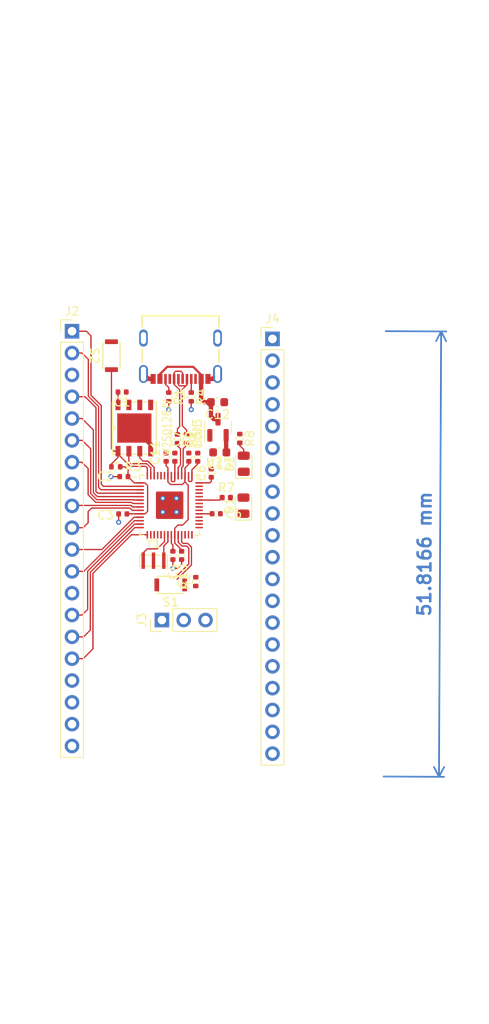
<source format=kicad_pcb>
(kicad_pcb (version 20211014) (generator pcbnew)
  (title_block (title "ENGR3430 Miniproject 3") (date "2022-09-22") (company "Olin College of Engineering"))
  (layers (0 "F.Cu" signal) (31 "B.Cu" signal) (34 "B.Paste" user) (35 "F.Paste" user) (36 "B.SilkS" user "B.Silkscreen") (37 "F.SilkS" user "F.Silkscreen") (38 "B.Mask" user) (39 "F.Mask" user) (44 "Edge.Cuts" user))
  (net 0 "")
  (net 1 "GND")
  (net 2 "+3V3")
  (net 3 "Net-(C10-Pad1)")
  (net 4 "/VBUS")
  (net 5 "Net-(D1-Pad2)")
  (net 6 "Net-(D2-Pad2)")
  (net 7 "Net-(J1-PadA5)")
  (net 8 "Net-(J1-PadA6)")
  (net 9 "Net-(J1-PadA7)")
  (net 11 "Net-(J1-PadB5)")
  (net 13 "/GPIO0")
  (net 14 "/GPIO1")
  (net 15 "/GPIO2")
  (net 16 "/GPIO3")
  (net 17 "/GPIO4")
  (net 18 "/GPIO5")
  (net 19 "/GPIO6")
  (net 20 "/GPIO7")
  (net 21 "/GPIO8")
  (net 22 "/GPIO9")
  (net 23 "/GPIO10")
  (net 24 "/GPIO11")
  (net 25 "/GPIO12")
  (net 26 "/GPIO13")
  (net 27 "/GPIO14")
  (net 28 "/GPIO15")
  (net 29 "/SWCLK")
  (net 30 "/SWDIO")
  (net 31 "/GPIO23")
  (net 32 "/BOOT")
  (net 33 "/GPIO29")
  (net 34 "/GPIO28")
  (net 35 "/GPIO27")
  (net 36 "/GPIO26")
  (net 37 "/RUN")
  (net 38 "/GPIO22")
  (net 39 "/GPIO21")
  (net 40 "/GPIO20")
  (net 41 "/GPIO19")
  (net 42 "/GPIO18")
  (net 43 "/GPIO17")
  (net 44 "/GPIO16")
  (net 45 "Net-(R5-Pad2)")
  (net 46 "Net-(R6-Pad2)")
  (net 47 "/GPIO25")
  (net 48 "Net-(U1-Pad2)")
  (net 49 "Net-(U1-Pad3)")
  (net 50 "Net-(U1-Pad5)")
  (net 51 "Net-(U1-Pad6)")
  (net 52 "Net-(U1-Pad7)")
  (net 53 "Net-(U2-Pad20)")
  (net 54 "Net-(U2-Pad21)")
  (net 55 "/GPIO24")
  (footprint "Capacitor_SMD:C_0402_1005Metric" (layer "F.Cu") (at 153.6192 45.5549 180)
    (fp_text reference "C1" (at 0 -1.16) (layer "F.SilkS"))
    (fp_text value "0.1µF")
    (pad "1" smd roundrect (at -0.48 0 180) (size 0.56 0.62) (layers "F.Cu" "F.Paste" "F.Mask") (net 1 "GND"))
    (pad "2" smd roundrect (at 0.48 0 180) (size 0.56 0.62) (layers "F.Cu" "F.Paste" "F.Mask") (net 2 "+3V3"))
  )
  (footprint "Eclectronics:USB4105-GF-A" (layer "F.Cu") (at 160.4264 39.275 180)
    (fp_text reference "J1" (at 0 -6.5) (layer "F.SilkS"))
    (fp_text value "USB4105-GF-A")
    (pad "" np_thru_hole circle (at -2.89 -3.68 180) (size 0.65 0.65) (drill 0.65) (layers *.Cu *.Mask))
    (pad "" np_thru_hole circle (at 2.89 -3.68 180) (size 0.65 0.65) (drill 0.65) (layers *.Cu *.Mask))
    (pad "A1B12" smd rect (at -3.2 -4.755 180) (size 0.6 1.15) (layers "F.Cu" "F.Paste" "F.Mask") (net 1 "GND"))
    (pad "A4B9" smd rect (at -2.4 -4.755 180) (size 0.6 1.15) (layers "F.Cu" "F.Paste" "F.Mask") (net 4 "/VBUS"))
    (pad "A5" smd rect (at -1.25 -4.755 180) (size 0.3 1.15) (layers "F.Cu" "F.Paste" "F.Mask") (net 7 "Net-(J1-PadA5)"))
    (pad "A6" smd rect (at -0.25 -4.755 180) (size 0.3 1.15) (layers "F.Cu" "F.Paste" "F.Mask") (net 8 "Net-(J1-PadA6)"))
    (pad "A7" smd rect (at 0.25 -4.755 180) (size 0.3 1.15) (layers "F.Cu" "F.Paste" "F.Mask") (net 9 "Net-(J1-PadA7)"))
    (pad "A8" smd rect (at 1.25 -4.755 180) (size 0.3 1.15) (layers "F.Cu" "F.Paste" "F.Mask"))
    (pad "B1A12" smd rect (at 3.2 -4.755 180) (size 0.6 1.15) (layers "F.Cu" "F.Paste" "F.Mask") (net 1 "GND"))
    (pad "B4A9" smd rect (at 2.4 -4.755 180) (size 0.6 1.15) (layers "F.Cu" "F.Paste" "F.Mask") (net 4 "/VBUS"))
    (pad "B5" smd rect (at 1.75 -4.755 180) (size 0.3 1.15) (layers "F.Cu" "F.Paste" "F.Mask") (net 11 "Net-(J1-PadB5)"))
    (pad "B6" smd rect (at 0.75 -4.755 180) (size 0.3 1.15) (layers "F.Cu" "F.Paste" "F.Mask") (net 8 "Net-(J1-PadA6)"))
    (pad "B7" smd rect (at -0.75 -4.755 180) (size 0.3 1.15) (layers "F.Cu" "F.Paste" "F.Mask") (net 9 "Net-(J1-PadA7)"))
    (pad "B8" smd rect (at -1.75 -4.755 180) (size 0.3 1.15) (layers "F.Cu" "F.Paste" "F.Mask"))
    (pad "S1" thru_hole oval (at -4.32 -4.18 180) (size 1.05 2.1) (drill oval 0.6 1.7) (layers *.Cu *.Mask) (net 1 "GND"))
    (pad "S2" thru_hole oval (at -4.32 0 180) (size 1 2) (drill oval 0.6 1.4) (layers *.Cu *.Mask) (net 1 "GND"))
    (pad "S3" thru_hole oval (at 4.32 0 180) (size 1 2) (drill oval 0.6 1.4) (layers *.Cu *.Mask) (net 1 "GND"))
    (pad "S4" thru_hole oval (at 4.32 -4.18 180) (size 1.05 2.1) (drill oval 0.6 1.7) (layers *.Cu *.Mask) (net 1 "GND"))
  )
  (footprint "Capacitor_SMD:C_0402_1005Metric" (layer "F.Cu") (at 160.5534 64.5668 -90)
    (fp_text reference "C10" (at 2.413 -0.127 90) (layer "F.SilkS"))
    (fp_text value "0.1µF")
    (pad "1" smd roundrect (at -0.48 0 270) (size 0.56 0.62) (layers "F.Cu" "F.Paste" "F.Mask") (net 3 "Net-(C10-Pad1)"))
    (pad "2" smd roundrect (at 0.48 0 270) (size 0.56 0.62) (layers "F.Cu" "F.Paste" "F.Mask") (net 1 "GND"))
  )
  (footprint "Eclectronics:RP2040" (layer "F.Cu") (at 159.1564 58.7248)
    (fp_text reference "U2" (at 5.207 -4.953 unlocked) (layer "F.SilkS"))
    (fp_text value "RP2040")
    (pad "1" smd roundrect (at -3.4375 -2.6 90) (size 0.18 0.875) (layers "F.Cu" "F.Paste" "F.Mask") (net 2 "+3V3"))
    (pad "2" smd roundrect (at -3.4375 -2.2 90) (size 0.18 0.875) (layers "F.Cu" "F.Paste" "F.Mask") (net 13 "/GPIO0"))
    (pad "3" smd roundrect (at -3.4375 -1.8 90) (size 0.18 0.875) (layers "F.Cu" "F.Paste" "F.Mask") (net 14 "/GPIO1"))
    (pad "4" smd roundrect (at -3.4375 -1.4 90) (size 0.18 0.875) (layers "F.Cu" "F.Paste" "F.Mask") (net 15 "/GPIO2"))
    (pad "5" smd roundrect (at -3.4375 -1 90) (size 0.18 0.875) (layers "F.Cu" "F.Paste" "F.Mask") (net 16 "/GPIO3"))
    (pad "6" smd roundrect (at -3.4375 -0.6 90) (size 0.18 0.875) (layers "F.Cu" "F.Paste" "F.Mask") (net 17 "/GPIO4"))
    (pad "7" smd roundrect (at -3.4375 -0.2 90) (size 0.18 0.875) (layers "F.Cu" "F.Paste" "F.Mask") (net 18 "/GPIO5"))
    (pad "8" smd roundrect (at -3.4375 0.2 90) (size 0.18 0.875) (layers "F.Cu" "F.Paste" "F.Mask") (net 19 "/GPIO6"))
    (pad "9" smd roundrect (at -3.4375 0.6 90) (size 0.18 0.875) (layers "F.Cu" "F.Paste" "F.Mask") (net 20 "/GPIO7"))
    (pad "10" smd roundrect (at -3.4375 1 90) (size 0.18 0.875) (layers "F.Cu" "F.Paste" "F.Mask") (net 2 "+3V3"))
    (pad "11" smd roundrect (at -3.4375 1.4 90) (size 0.18 0.875) (layers "F.Cu" "F.Paste" "F.Mask") (net 21 "/GPIO8"))
    (pad "12" smd roundrect (at -3.4375 1.8 90) (size 0.18 0.875) (layers "F.Cu" "F.Paste" "F.Mask") (net 22 "/GPIO9"))
    (pad "13" smd roundrect (at -3.4375 2.2 90) (size 0.18 0.875) (layers "F.Cu" "F.Paste" "F.Mask") (net 23 "/GPIO10"))
    (pad "14" smd roundrect (at -3.4375 2.6 90) (size 0.18 0.875) (layers "F.Cu" "F.Paste" "F.Mask") (net 24 "/GPIO11"))
    (pad "15" smd roundrect (at -2.6 3.4375 180) (size 0.18 0.875) (layers "F.Cu" "F.Paste" "F.Mask") (net 25 "/GPIO12"))
    (pad "16" smd roundrect (at -2.2 3.4375 180) (size 0.18 0.875) (layers "F.Cu" "F.Paste" "F.Mask") (net 26 "/GPIO13"))
    (pad "17" smd roundrect (at -1.8 3.4375 180) (size 0.18 0.875) (layers "F.Cu" "F.Paste" "F.Mask") (net 27 "/GPIO14"))
    (pad "18" smd roundrect (at -1.4 3.4375 180) (size 0.18 0.875) (layers "F.Cu" "F.Paste" "F.Mask") (net 28 "/GPIO15"))
    (pad "19" smd roundrect (at -1 3.4375 180) (size 0.18 0.875) (layers "F.Cu" "F.Paste" "F.Mask") (net 1 "GND"))
    (pad "20" smd roundrect (at -0.6 3.4375 180) (size 0.18 0.875) (layers "F.Cu" "F.Paste" "F.Mask") (net 53 "Net-(U2-Pad20)"))
    (pad "21" smd roundrect (at -0.2 3.4375 180) (size 0.18 0.875) (layers "F.Cu" "F.Paste" "F.Mask") (net 54 "Net-(U2-Pad21)"))
    (pad "22" smd roundrect (at 0.2 3.4375 180) (size 0.18 0.875) (layers "F.Cu" "F.Paste" "F.Mask") (net 2 "+3V3"))
    (pad "23" smd roundrect (at 0.6 3.4375 180) (size 0.18 0.875) (layers "F.Cu" "F.Paste" "F.Mask") (net 3 "Net-(C10-Pad1)"))
    (pad "24" smd roundrect (at 1 3.4375 180) (size 0.18 0.875) (layers "F.Cu" "F.Paste" "F.Mask") (net 29 "/SWCLK"))
    (pad "25" smd roundrect (at 1.4 3.4375 180) (size 0.18 0.875) (layers "F.Cu" "F.Paste" "F.Mask") (net 30 "/SWDIO"))
    (pad "26" smd roundrect (at 1.8 3.4375 180) (size 0.18 0.875) (layers "F.Cu" "F.Paste" "F.Mask") (net 37 "/RUN"))
    (pad "27" smd roundrect (at 2.2 3.4375 180) (size 0.18 0.875) (layers "F.Cu" "F.Paste" "F.Mask") (net 44 "/GPIO16"))
    (pad "28" smd roundrect (at 2.6 3.4375 180) (size 0.18 0.875) (layers "F.Cu" "F.Paste" "F.Mask") (net 43 "/GPIO17"))
    (pad "29" smd roundrect (at 3.4375 2.6 270) (size 0.18 0.875) (layers "F.Cu" "F.Paste" "F.Mask") (net 42 "/GPIO18"))
    (pad "30" smd roundrect (at 3.4375 2.2 270) (size 0.18 0.875) (layers "F.Cu" "F.Paste" "F.Mask") (net 41 "/GPIO19"))
    (pad "31" smd roundrect (at 3.4375 1.8 270) (size 0.18 0.875) (layers "F.Cu" "F.Paste" "F.Mask") (net 40 "/GPIO20"))
    (pad "32" smd roundrect (at 3.4375 1.4 270) (size 0.18 0.875) (layers "F.Cu" "F.Paste" "F.Mask") (net 39 "/GPIO21"))
    (pad "33" smd roundrect (at 3.4375 1 270) (size 0.18 0.875) (layers "F.Cu" "F.Paste" "F.Mask") (net 2 "+3V3"))
    (pad "34" smd roundrect (at 3.4375 0.6 270) (size 0.18 0.875) (layers "F.Cu" "F.Paste" "F.Mask") (net 38 "/GPIO22"))
    (pad "35" smd roundrect (at 3.4375 0.2 270) (size 0.18 0.875) (layers "F.Cu" "F.Paste" "F.Mask") (net 31 "/GPIO23"))
    (pad "36" smd roundrect (at 3.4375 -0.2 270) (size 0.18 0.875) (layers "F.Cu" "F.Paste" "F.Mask") (net 55 "/GPIO24"))
    (pad "37" smd roundrect (at 3.4375 -0.6 270) (size 0.18 0.875) (layers "F.Cu" "F.Paste" "F.Mask") (net 47 "/GPIO25"))
    (pad "38" smd roundrect (at 3.4375 -1 270) (size 0.18 0.875) (layers "F.Cu" "F.Paste" "F.Mask") (net 36 "/GPIO26"))
    (pad "39" smd roundrect (at 3.4375 -1.4 270) (size 0.18 0.875) (layers "F.Cu" "F.Paste" "F.Mask") (net 35 "/GPIO27"))
    (pad "40" smd roundrect (at 3.4375 -1.8 270) (size 0.18 0.875) (layers "F.Cu" "F.Paste" "F.Mask") (net 34 "/GPIO28"))
    (pad "41" smd roundrect (at 3.4375 -2.2 270) (size 0.18 0.875) (layers "F.Cu" "F.Paste" "F.Mask") (net 33 "/GPIO29"))
    (pad "42" smd roundrect (at 3.4375 -2.6 270) (size 0.18 0.875) (layers "F.Cu" "F.Paste" "F.Mask") (net 2 "+3V3"))
    (pad "43" smd roundrect (at 2.6 -3.4375) (size 0.18 0.875) (layers "F.Cu" "F.Paste" "F.Mask") (net 2 "+3V3"))
    (pad "44" smd roundrect (at 2.2 -3.4375) (size 0.18 0.875) (layers "F.Cu" "F.Paste" "F.Mask") (net 2 "+3V3"))
    (pad "45" smd roundrect (at 1.8 -3.4375) (size 0.18 0.875) (layers "F.Cu" "F.Paste" "F.Mask") (net 3 "Net-(C10-Pad1)"))
    (pad "46" smd roundrect (at 1.4 -3.4375) (size 0.18 0.875) (layers "F.Cu" "F.Paste" "F.Mask") (net 45 "Net-(R5-Pad2)"))
    (pad "47" smd roundrect (at 1 -3.4375) (size 0.18 0.875) (layers "F.Cu" "F.Paste" "F.Mask") (net 46 "Net-(R6-Pad2)"))
    (pad "48" smd roundrect (at 0.6 -3.4375) (size 0.18 0.875) (layers "F.Cu" "F.Paste" "F.Mask") (net 2 "+3V3"))
    (pad "49" smd roundrect (at 0.2 -3.4375) (size 0.18 0.875) (layers "F.Cu" "F.Paste" "F.Mask") (net 2 "+3V3"))
    (pad "50" smd roundrect (at -0.2 -3.4375) (size 0.18 0.875) (layers "F.Cu" "F.Paste" "F.Mask") (net 3 "Net-(C10-Pad1)"))
    (pad "51" smd roundrect (at -0.6 -3.4375) (size 0.18 0.875) (layers "F.Cu" "F.Paste" "F.Mask") (net 52 "Net-(U1-Pad7)"))
    (pad "52" smd roundrect (at -1 -3.4375) (size 0.18 0.875) (layers "F.Cu" "F.Paste" "F.Mask") (net 51 "Net-(U1-Pad6)"))
    (pad "53" smd roundrect (at -1.4 -3.4375) (size 0.18 0.875) (layers "F.Cu" "F.Paste" "F.Mask") (net 50 "Net-(U1-Pad5)"))
    (pad "54" smd roundrect (at -1.8 -3.4375) (size 0.18 0.875) (layers "F.Cu" "F.Paste" "F.Mask") (net 49 "Net-(U1-Pad3)"))
    (pad "55" smd roundrect (at -2.2 -3.4375) (size 0.18 0.875) (layers "F.Cu" "F.Paste" "F.Mask") (net 48 "Net-(U1-Pad2)"))
    (pad "56" smd roundrect (at -2.6 -3.4375) (size 0.18 0.875) (layers "F.Cu" "F.Paste" "F.Mask") (net 32 "/BOOT"))
    (pad "57" thru_hole circle (at 0.8 0.8) (size 0.6096 0.6096) (drill 0.3048) (layers *.Cu "F.Mask") (net 1 "GND"))
    (pad "57" smd roundrect (at 0 0) (size 3.2 3.2) (layers "F.Cu" "F.Mask") (roundrect_rratio 0.05) (net 1 "GND"))
    (pad "57" thru_hole circle (at 0.8 -0.8) (size 0.6096 0.6096) (drill 0.3048) (layers *.Cu "F.Mask") (net 1 "GND"))
    (pad "57" thru_hole circle (at -0.8 -0.8) (size 0.6096 0.6096) (drill 0.3048) (layers *.Cu "F.Mask") (net 1 "GND"))
    (pad "57" thru_hole circle (at -0.8 0.8) (size 0.6096 0.6096) (drill 0.3048) (layers *.Cu "F.Mask") (net 1 "GND"))
  )
  (footprint "Capacitor_SMD:C_0603_1608Metric" (layer "F.Cu") (at 164.9984 52.578 180)
    (fp_text reference "C13" (at 0 -1.43) (layer "F.SilkS"))
    (fp_text value "10µF")
    (pad "1" smd roundrect (at -0.775 0 180) (size 0.9 0.95) (layers "F.Cu" "F.Paste" "F.Mask") (net 2 "+3V3"))
    (pad "2" smd roundrect (at 0.775 0 180) (size 0.9 0.95) (layers "F.Cu" "F.Paste" "F.Mask") (net 1 "GND"))
  )
  (footprint "Resistor_SMD:R_0402_1005Metric" (layer "F.Cu") (at 162.2044 67.6148 90)
    (fp_text reference "R2" (at 0 -1.17 90) (layer "F.SilkS"))
    (fp_text value "5.1K")
    (pad "1" smd roundrect (at -0.51 0 90) (size 0.54 0.64) (layers "F.Cu" "F.Paste" "F.Mask") (net 37 "/RUN"))
    (pad "2" smd roundrect (at 0.51 0 90) (size 0.54 0.64) (layers "F.Cu" "F.Paste" "F.Mask") (net 2 "+3V3"))
  )
  (footprint "Capacitor_SMD:C_0402_1005Metric" (layer "F.Cu") (at 159.5374 64.5668 -90)
    (fp_text reference "C4" (at 1.905 0 90) (layer "F.SilkS"))
    (fp_text value "0.1µF")
    (pad "1" smd roundrect (at -0.48 0 270) (size 0.56 0.62) (layers "F.Cu" "F.Paste" "F.Mask") (net 2 "+3V3"))
    (pad "2" smd roundrect (at 0.48 0 270) (size 0.56 0.62) (layers "F.Cu" "F.Paste" "F.Mask") (net 1 "GND"))
  )
  (footprint "LED_SMD:LED_0402_1005Metric" (layer "F.Cu") (at 165.7604 57.8358)
    (fp_text reference "R7" (at 0 -1.17) (layer "F.SilkS"))
    (fp_text value "1K")
    (pad "1" smd roundrect (at -0.485 0) (size 0.59 0.64) (layers "F.Cu" "F.Paste" "F.Mask") (net 47 "/GPIO25"))
    (pad "2" smd roundrect (at 0.485 0) (size 0.59 0.64) (layers "F.Cu" "F.Paste" "F.Mask") (net 5 "Net-(D1-Pad2)"))
  )
  (footprint "Resistor_SMD:R_0402_1005Metric" (layer "F.Cu") (at 161.1376 51.0012 -90)
    (fp_text reference "R5" (at 0 -1.17 90) (layer "F.SilkS"))
    (fp_text value "27Ω")
    (pad "1" smd roundrect (at -0.51 0 270) (size 0.54 0.64) (layers "F.Cu" "F.Paste" "F.Mask") (net 9 "Net-(J1-PadA7)"))
    (pad "2" smd roundrect (at 0.51 0 270) (size 0.54 0.64) (layers "F.Cu" "F.Paste" "F.Mask") (net 45 "Net-(R5-Pad2)"))
  )
  (footprint "Capacitor_SMD:C_0402_1005Metric" (layer "F.Cu") (at 161.3916 53.1368 90)
    (fp_text reference "C9" (at 2.032 0.127 90) (layer "F.SilkS"))
    (fp_text value "1µF")
    (pad "1" smd roundrect (at -0.48 0 90) (size 0.56 0.62) (layers "F.Cu" "F.Paste" "F.Mask") (net 3 "Net-(C10-Pad1)"))
    (pad "2" smd roundrect (at 0.48 0 90) (size 0.56 0.62) (layers "F.Cu" "F.Paste" "F.Mask") (net 1 "GND"))
  )
  (footprint "Resistor_SMD:R_0402_1005Metric" (layer "F.Cu") (at 152.8826 54.2544)
    (fp_text reference "R3" (at 2.032 0) (layer "F.SilkS"))
    (fp_text value "5.1K")
    (pad "1" smd roundrect (at -0.51 0) (size 0.54 0.64) (layers "F.Cu" "F.Paste" "F.Mask") (net 32 "/BOOT"))
    (pad "2" smd roundrect (at 0.51 0) (size 0.54 0.64) (layers "F.Cu" "F.Paste" "F.Mask") (net 2 "+3V3"))
  )
  (footprint "Capacitor_SMD:C_0402_1005Metric" (layer "F.Cu") (at 153.8224 55.3974 180)
    (fp_text reference "C2" (at 2.159 0) (layer "F.SilkS"))
    (fp_text value "0.1µF")
    (pad "1" smd roundrect (at -0.48 0 180) (size 0.56 0.62) (layers "F.Cu" "F.Paste" "F.Mask") (net 2 "+3V3"))
    (pad "2" smd roundrect (at 0.48 0 180) (size 0.56 0.62) (layers "F.Cu" "F.Paste" "F.Mask") (net 1 "GND"))
  )
  (footprint "Capacitor_SMD:C_0402_1005Metric" (layer "F.Cu") (at 153.6954 59.7408 180)
    (fp_text reference "C3" (at 2.032 -0.127) (layer "F.SilkS"))
    (fp_text value "0.1µF")
    (pad "1" smd roundrect (at -0.48 0 180) (size 0.56 0.62) (layers "F.Cu" "F.Paste" "F.Mask") (net 2 "+3V3"))
    (pad "2" smd roundrect (at 0.48 0 180) (size 0.56 0.62) (layers "F.Cu" "F.Paste" "F.Mask") (net 1 "GND"))
  )
  (footprint "Capacitor_SMD:C_0402_1005Metric" (layer "F.Cu") (at 158.75 53.1368 90)
    (fp_text reference "C11" (at 0.508 -1.27 90) (layer "F.SilkS"))
    (fp_text value "0.1µF")
    (pad "1" smd roundrect (at -0.48 0 90) (size 0.56 0.62) (layers "F.Cu" "F.Paste" "F.Mask") (net 3 "Net-(C10-Pad1)"))
    (pad "2" smd roundrect (at 0.48 0 90) (size 0.56 0.62) (layers "F.Cu" "F.Paste" "F.Mask") (net 1 "GND"))
  )
  (footprint "Capacitor_SMD:C_0603_1608Metric" (layer "F.Cu") (at 164.7444 46.736 180)
    (fp_text reference "C12" (at 0 -1.43) (layer "F.SilkS"))
    (fp_text value "10µF")
    (pad "1" smd roundrect (at -0.775 0 180) (size 0.9 0.95) (layers "F.Cu" "F.Paste" "F.Mask") (net 1 "GND"))
    (pad "2" smd roundrect (at 0.775 0 180) (size 0.9 0.95) (layers "F.Cu" "F.Paste" "F.Mask") (net 4 "/VBUS"))
  )
  (footprint "Connector_PinHeader_2.54mm:PinHeader_1x20_P2.54mm_Vertical" (layer "F.Cu") (at 171.1452 39.37)
    (fp_text reference "J4" (at 0 -2.33) (layer "F.SilkS"))
    (fp_text value "RIGHT")
    (pad "1" thru_hole rect (at 0 0) (size 1.7 1.7) (drill 1) (layers *.Cu *.Mask) (net 4 "/VBUS"))
    (pad "2" thru_hole oval (at 0 2.54) (size 1.7 1.7) (drill 1) (layers *.Cu *.Mask) (net 31 "/GPIO23"))
    (pad "3" thru_hole oval (at 0 5.08) (size 1.7 1.7) (drill 1) (layers *.Cu *.Mask) (net 1 "GND"))
    (pad "4" thru_hole oval (at 0 7.62) (size 1.7 1.7) (drill 1) (layers *.Cu *.Mask) (net 32 "/BOOT"))
    (pad "5" thru_hole oval (at 0 10.16) (size 1.7 1.7) (drill 1) (layers *.Cu *.Mask) (net 2 "+3V3"))
    (pad "6" thru_hole oval (at 0 12.7) (size 1.7 1.7) (drill 1) (layers *.Cu *.Mask) (net 33 "/GPIO29"))
    (pad "7" thru_hole oval (at 0 15.24) (size 1.7 1.7) (drill 1) (layers *.Cu *.Mask) (net 34 "/GPIO28"))
    (pad "8" thru_hole oval (at 0 17.78) (size 1.7 1.7) (drill 1) (layers *.Cu *.Mask) (net 1 "GND"))
    (pad "9" thru_hole oval (at 0 20.32) (size 1.7 1.7) (drill 1) (layers *.Cu *.Mask) (net 35 "/GPIO27"))
    (pad "10" thru_hole oval (at 0 22.86) (size 1.7 1.7) (drill 1) (layers *.Cu *.Mask) (net 36 "/GPIO26"))
    (pad "11" thru_hole oval (at 0 25.4) (size 1.7 1.7) (drill 1) (layers *.Cu *.Mask) (net 37 "/RUN"))
    (pad "12" thru_hole oval (at 0 27.94) (size 1.7 1.7) (drill 1) (layers *.Cu *.Mask) (net 38 "/GPIO22"))
    (pad "13" thru_hole oval (at 0 30.48) (size 1.7 1.7) (drill 1) (layers *.Cu *.Mask) (net 1 "GND"))
    (pad "14" thru_hole oval (at 0 33.02) (size 1.7 1.7) (drill 1) (layers *.Cu *.Mask) (net 39 "/GPIO21"))
    (pad "15" thru_hole oval (at 0 35.56) (size 1.7 1.7) (drill 1) (layers *.Cu *.Mask) (net 40 "/GPIO20"))
    (pad "16" thru_hole oval (at 0 38.1) (size 1.7 1.7) (drill 1) (layers *.Cu *.Mask) (net 41 "/GPIO19"))
    (pad "17" thru_hole oval (at 0 40.64) (size 1.7 1.7) (drill 1) (layers *.Cu *.Mask) (net 42 "/GPIO18"))
    (pad "18" thru_hole oval (at 0 43.18) (size 1.7 1.7) (drill 1) (layers *.Cu *.Mask) (net 1 "GND"))
    (pad "19" thru_hole oval (at 0 45.72) (size 1.7 1.7) (drill 1) (layers *.Cu *.Mask) (net 43 "/GPIO17"))
    (pad "20" thru_hole oval (at 0 48.26) (size 1.7 1.7) (drill 1) (layers *.Cu *.Mask) (net 44 "/GPIO16"))
  )
  (footprint "Resistor_SMD:R_0402_1005Metric" (layer "F.Cu") (at 161.671 46.1264 -90)
    (fp_text reference "R4" (at 0 -1.17 90) (layer "F.SilkS"))
    (fp_text value "5.1K")
    (pad "1" smd roundrect (at -0.51 0 270) (size 0.54 0.64) (layers "F.Cu" "F.Paste" "F.Mask") (net 7 "Net-(J1-PadA5)"))
    (pad "2" smd roundrect (at 0.51 0 270) (size 0.54 0.64) (layers "F.Cu" "F.Paste" "F.Mask") (net 1 "GND"))
  )
  (footprint "Eclectronics:CSTNE" (layer "F.Cu") (at 157.2768 65.1764 180)
    (fp_text reference "Y1" (at 0 2) (layer "F.SilkS"))
    (fp_text value "12MHz")
    (pad "1" smd rect locked (at 1.2 0 180) (size 0.4 1.9) (layers "F.Cu" "F.Paste" "F.Mask") (net 53 "Net-(U2-Pad20)"))
    (pad "2" smd rect locked (at 0 0 180) (size 0.4 1.9) (layers "F.Cu" "F.Paste" "F.Mask") (net 1 "GND"))
    (pad "3" smd rect locked (at -1.2 0 180) (size 0.4 1.9) (layers "F.Cu" "F.Paste" "F.Mask") (net 54 "Net-(U2-Pad21)"))
  )
  (footprint "Resistor_SMD:R_0402_1005Metric" (layer "F.Cu") (at 159.0548 46.1264 -90)
    (fp_text reference "R1" (at 0 -1.17 90) (layer "F.SilkS"))
    (fp_text value "5.1K")
    (pad "1" smd roundrect (at -0.51 0 270) (size 0.54 0.64) (layers "F.Cu" "F.Paste" "F.Mask") (net 11 "Net-(J1-PadB5)"))
    (pad "2" smd roundrect (at 0.51 0 270) (size 0.54 0.64) (layers "F.Cu" "F.Paste" "F.Mask") (net 1 "GND"))
  )
  (footprint "LED_SMD:LED_0805_2012Metric" (layer "F.Cu") (at 167.767 58.7756 90)
    (fp_text reference "D1" (at 0 -1.65 90) (layer "F.SilkS"))
    (fp_text value "LED")
    (pad "1" smd roundrect (at -0.9375 0 90) (size 0.975 1.4) (layers "F.Cu" "F.Paste" "F.Mask") (net 1 "GND"))
    (pad "2" smd roundrect (at 0.9375 0 90) (size 0.975 1.4) (layers "F.Cu" "F.Paste" "F.Mask") (net 5 "Net-(D1-Pad2)"))
  )
  (footprint "Package_TO_SOT_SMD:SOT-23" (layer "F.Cu") (at 164.7952 49.657 90)
    (fp_text reference "U3" (at 0 -2.4 90) (layer "F.SilkS"))
    (fp_text value "MCP1702T-3302E_CB")
    (pad "1" smd roundrect (at -0.9375 -0.95 90) (size 1.475 0.6) (layers "F.Cu" "F.Paste" "F.Mask") (net 1 "GND"))
    (pad "2" smd roundrect (at -0.9375 0.95 90) (size 1.475 0.6) (layers "F.Cu" "F.Paste" "F.Mask") (net 2 "+3V3"))
    (pad "3" smd roundrect (at 0.9375 0 90) (size 1.475 0.6) (layers "F.Cu" "F.Paste" "F.Mask") (net 4 "/VBUS"))
  )
  (footprint "Capacitor_SMD:C_0402_1005Metric" (layer "F.Cu") (at 164.592 59.7154)
    (fp_text reference "C5" (at 2.032 0) (layer "F.SilkS"))
    (fp_text value "0.1µF")
    (pad "1" smd roundrect (at -0.48 0) (size 0.56 0.62) (layers "F.Cu" "F.Paste" "F.Mask") (net 2 "+3V3"))
    (pad "2" smd roundrect (at 0.48 0) (size 0.56 0.62) (layers "F.Cu" "F.Paste" "F.Mask") (net 1 "GND"))
  )
  (footprint "Resistor_SMD:R_0402_1005Metric" (layer "F.Cu") (at 160.0708 51.0012 -90)
    (fp_text reference "R6" (at 0 -1.17 90) (layer "F.SilkS"))
    (fp_text value "27Ω")
    (pad "1" smd roundrect (at -0.51 0 270) (size 0.54 0.64) (layers "F.Cu" "F.Paste" "F.Mask") (net 8 "Net-(J1-PadA6)"))
    (pad "2" smd roundrect (at 0.51 0 270) (size 0.54 0.64) (layers "F.Cu" "F.Paste" "F.Mask") (net 46 "Net-(R6-Pad2)"))
  )
  (footprint "Connector_PinHeader_2.54mm:PinHeader_1x03_P2.54mm_Vertical" (layer "F.Cu") (at 158.257 72.0852 90)
    (fp_text reference "J3" (at 0 -2.33 90) (layer "F.SilkS"))
    (fp_text value "DEBUG")
    (pad "1" thru_hole rect (at 0 0 90) (size 1.7 1.7) (drill 1) (layers *.Cu *.Mask) (net 29 "/SWCLK"))
    (pad "2" thru_hole oval (at 0 2.54 90) (size 1.7 1.7) (drill 1) (layers *.Cu *.Mask) (net 1 "GND"))
    (pad "3" thru_hole oval (at 0 5.08 90) (size 1.7 1.7) (drill 1) (layers *.Cu *.Mask) (net 30 "/SWDIO"))
  )
  (footprint "Resistor_SMD:R_0402_1005Metric" (layer "F.Cu") (at 167.3352 50.9524 -90)
    (fp_text reference "R8" (at 0 -1.17 90) (layer "F.SilkS"))
    (fp_text value "1K")
    (pad "1" smd roundrect (at -0.51 0 270) (size 0.54 0.64) (layers "F.Cu" "F.Paste" "F.Mask") (net 2 "+3V3"))
    (pad "2" smd roundrect (at 0.51 0 270) (size 0.54 0.64) (layers "F.Cu" "F.Paste" "F.Mask") (net 6 "Net-(D2-Pad2)"))
  )
  (footprint "Capacitor_SMD:C_0402_1005Metric" (layer "F.Cu") (at 159.766 53.1368 90)
    (fp_text reference "C7" (at 2.159 0.127 90) (layer "F.SilkS"))
    (fp_text value "0.1µF")
    (pad "1" smd roundrect (at -0.48 0 90) (size 0.56 0.62) (layers "F.Cu" "F.Paste" "F.Mask") (net 2 "+3V3"))
    (pad "2" smd roundrect (at 0.48 0 90) (size 0.56 0.62) (layers "F.Cu" "F.Paste" "F.Mask") (net 1 "GND"))
  )
  (footprint "LED_SMD:LED_0805_2012Metric" (layer "F.Cu") (at 167.7924 53.8988 90)
    (fp_text reference "D2" (at 0 -1.65 90) (layer "F.SilkS"))
    (fp_text value "PWR")
    (pad "1" smd roundrect (at -0.9375 0 90) (size 0.975 1.4) (layers "F.Cu" "F.Paste" "F.Mask") (net 1 "GND"))
    (pad "2" smd roundrect (at 0.9375 0 90) (size 0.975 1.4) (layers "F.Cu" "F.Paste" "F.Mask") (net 6 "Net-(D2-Pad2)"))
  )
  (footprint "Eclectronics:KXT321LHS" (layer "F.Cu") (at 159.2834 67.9958)
    (fp_text reference "S1" (at 0 2 unlocked) (layer "F.SilkS"))
    (fp_text value "RST")
    (pad "1" smd roundrect (at -1.625 0) (size 0.55 1.5) (layers "F.Cu" "F.Paste" "F.Mask") (roundrect_rratio 0.1) (net 1 "GND"))
    (pad "2" smd roundrect (at 1.625 0) (size 0.55 1.5) (layers "F.Cu" "F.Paste" "F.Mask") (roundrect_rratio 0.1) (net 37 "/RUN"))
  )
  (footprint "Connector_PinHeader_2.54mm:PinHeader_1x20_P2.54mm_Vertical" (layer "F.Cu") (at 147.7772 38.481)
    (fp_text reference "J2" (at 0 -2.33) (layer "F.SilkS"))
    (fp_text value "LEFT")
    (pad "1" thru_hole rect (at 0 0) (size 1.7 1.7) (drill 1) (layers *.Cu *.Mask) (net 13 "/GPIO0"))
    (pad "2" thru_hole oval (at 0 2.54) (size 1.7 1.7) (drill 1) (layers *.Cu *.Mask) (net 14 "/GPIO1"))
    (pad "3" thru_hole oval (at 0 5.08) (size 1.7 1.7) (drill 1) (layers *.Cu *.Mask) (net 1 "GND"))
    (pad "4" thru_hole oval (at 0 7.62) (size 1.7 1.7) (drill 1) (layers *.Cu *.Mask) (net 15 "/GPIO2"))
    (pad "5" thru_hole oval (at 0 10.16) (size 1.7 1.7) (drill 1) (layers *.Cu *.Mask) (net 16 "/GPIO3"))
    (pad "6" thru_hole oval (at 0 12.7) (size 1.7 1.7) (drill 1) (layers *.Cu *.Mask) (net 17 "/GPIO4"))
    (pad "7" thru_hole oval (at 0 15.24) (size 1.7 1.7) (drill 1) (layers *.Cu *.Mask) (net 18 "/GPIO5"))
    (pad "8" thru_hole oval (at 0 17.78) (size 1.7 1.7) (drill 1) (layers *.Cu *.Mask) (net 1 "GND"))
    (pad "9" thru_hole oval (at 0 20.32) (size 1.7 1.7) (drill 1) (layers *.Cu *.Mask) (net 19 "/GPIO6"))
    (pad "10" thru_hole oval (at 0 22.86) (size 1.7 1.7) (drill 1) (layers *.Cu *.Mask) (net 20 "/GPIO7"))
    (pad "11" thru_hole oval (at 0 25.4) (size 1.7 1.7) (drill 1) (layers *.Cu *.Mask) (net 21 "/GPIO8"))
    (pad "12" thru_hole oval (at 0 27.94) (size 1.7 1.7) (drill 1) (layers *.Cu *.Mask) (net 22 "/GPIO9"))
    (pad "13" thru_hole oval (at 0 30.48) (size 1.7 1.7) (drill 1) (layers *.Cu *.Mask) (net 1 "GND"))
    (pad "14" thru_hole oval (at 0 33.02) (size 1.7 1.7) (drill 1) (layers *.Cu *.Mask) (net 23 "/GPIO10"))
    (pad "15" thru_hole oval (at 0 35.56) (size 1.7 1.7) (drill 1) (layers *.Cu *.Mask) (net 24 "/GPIO11"))
    (pad "16" thru_hole oval (at 0 38.1) (size 1.7 1.7) (drill 1) (layers *.Cu *.Mask) (net 25 "/GPIO12"))
    (pad "17" thru_hole oval (at 0 40.64) (size 1.7 1.7) (drill 1) (layers *.Cu *.Mask) (net 26 "/GPIO13"))
    (pad "18" thru_hole oval (at 0 43.18) (size 1.7 1.7) (drill 1) (layers *.Cu *.Mask) (net 1 "GND"))
    (pad "19" thru_hole oval (at 0 45.72) (size 1.7 1.7) (drill 1) (layers *.Cu *.Mask) (net 27 "/GPIO14"))
    (pad "20" thru_hole oval (at 0 48.26) (size 1.7 1.7) (drill 1) (layers *.Cu *.Mask) (net 28 "/GPIO15"))
  )
  (footprint "Capacitor_SMD:C_0402_1005Metric" (layer "F.Cu") (at 162.433 53.1368 90)
    (fp_text reference "C8" (at 1.905 0 90) (layer "F.SilkS"))
    (fp_text value "1µF")
    (pad "1" smd roundrect (at -0.48 0 90) (size 0.56 0.62) (layers "F.Cu" "F.Paste" "F.Mask") (net 2 "+3V3"))
    (pad "2" smd roundrect (at 0.48 0 90) (size 0.56 0.62) (layers "F.Cu" "F.Paste" "F.Mask") (net 1 "GND"))
  )
  (footprint "Eclectronics:KXT321LHS" (layer "F.Cu") (at 152.3746 41.3258 -90)
    (fp_text reference "S2" (at 0 2 -90 unlocked) (layer "F.SilkS"))
    (fp_text value "BOOT")
    (pad "1" smd roundrect (at -1.625 0 270) (size 0.55 1.5) (layers "F.Cu" "F.Paste" "F.Mask") (roundrect_rratio 0.1) (net 1 "GND"))
    (pad "2" smd roundrect (at 1.625 0 270) (size 0.55 1.5) (layers "F.Cu" "F.Paste" "F.Mask") (roundrect_rratio 0.1) (net 32 "/BOOT"))
  )
  (footprint "Capacitor_SMD:C_0402_1005Metric" (layer "F.Cu") (at 164.0078 54.991 90)
    (fp_text reference "C6" (at 0 -1.16 90) (layer "F.SilkS"))
    (fp_text value "0.1µF")
    (pad "1" smd roundrect (at -0.48 0 90) (size 0.56 0.62) (layers "F.Cu" "F.Paste" "F.Mask") (net 2 "+3V3"))
    (pad "2" smd roundrect (at 0.48 0 90) (size 0.56 0.62) (layers "F.Cu" "F.Paste" "F.Mask") (net 1 "GND"))
  )
  (footprint "Eclectronics:MIC_WSON-8-M" (layer "F.Cu") (at 155.0416 49.7459 90)
    (fp_text reference "U1" (at -0.1016 7.366 90) (layer "F.SilkS") (effects (font (size 1.016 0.762) (thickness 0.127))))
    (fp_text value "W25Q128JV" (at 0.0635 3.81 90) (layer "F.SilkS") (effects (font (size 1.016 0.762) (thickness 0.127))))
    (pad "1" smd rect locked (at -2.6924 -1.905 90) (size 1.2192 0.5842) (layers "F.Cu" "F.Paste" "F.Mask") (net 32 "/BOOT") (clearance 0.254))
    (pad "2" smd rect locked (at -2.6924 -0.635 90) (size 1.2192 0.5842) (layers "F.Cu" "F.Paste" "F.Mask") (net 48 "Net-(U1-Pad2)") (clearance 0.254))
    (pad "3" smd rect locked (at -2.6924 0.635 90) (size 1.2192 0.5842) (layers "F.Cu" "F.Paste" "F.Mask") (net 49 "Net-(U1-Pad3)") (clearance 0.254))
    (pad "4" smd rect locked (at -2.6924 1.905 90) (size 1.2192 0.5842) (layers "F.Cu" "F.Paste" "F.Mask") (net 1 "GND") (clearance 0.254))
    (pad "5" smd rect locked (at 2.6924 1.905 90) (size 1.2192 0.5842) (layers "F.Cu" "F.Paste" "F.Mask") (net 50 "Net-(U1-Pad5)") (clearance 0.254))
    (pad "6" smd rect locked (at 2.6924 0.635 90) (size 1.2192 0.5842) (layers "F.Cu" "F.Paste" "F.Mask") (net 51 "Net-(U1-Pad6)") (clearance 0.254))
    (pad "7" smd rect locked (at 2.6924 -0.635 90) (size 1.2192 0.5842) (layers "F.Cu" "F.Paste" "F.Mask") (net 52 "Net-(U1-Pad7)") (clearance 0.254))
    (pad "8" smd rect locked (at 2.6924 -1.905 90) (size 1.2192 0.5842) (layers "F.Cu" "F.Paste" "F.Mask") (net 2 "+3V3") (clearance 0.254))
    (pad "9" smd rect locked (at 0 0) (size 3.9878 3.4036) (layers "F.Cu" "F.Paste" "F.Mask") (net 1 "GND") (clearance 0.254))
  )
  (dimension (type aligned) (layer "B.Cu") (pts (xy 183.855079 38.472333) (xy 183.601079 90.288333)) (height -6.949804) (gr_text "2040.0245 mils" (at 188.877822 64.405577 89.71914059) (layer "B.Cu") (effects (font (size 1.5 1.5) (thickness 0.3)))) (format (units 3) (units_format 1) (precision 4)) (style (thickness 0.2) (arrow_length 1.27) (text_position_mode 0) (extension_height 0.58642) (extension_offset 0.5) keep_text_aligned))
  (segment (start 155.0416 49.7459) (end 156.9466 51.6509) (width 0.508) (layer "F.Cu") (net 1))
  (segment (start 161.671 46.6364) (end 161.671 47.5996) (width 0.1524) (layer "F.Cu") (net 1))
  (segment (start 160.5534 65.6082) (end 160.0962 66.0654) (width 0.1524) (layer "F.Cu") (net 1))
  (segment (start 160.0962 66.0654) (end 159.5374 66.0654) (width 0.1524) (layer "F.Cu") (net 1))
  (segment (start 157.2264 44.03) (end 156.6814 44.03) (width 0.508) (layer "F.Cu") (net 1))
  (segment (start 153.3424 55.3974) (end 152.3238 55.3974) (width 0.1524) (layer "F.Cu") (net 1))
  (segment (start 159.5374 65.0468) (end 159.5374 66.0654) (width 0.1524) (layer "F.Cu") (net 1))
  (segment (start 160.5534 65.0468) (end 160.5534 65.6082) (width 0.1524) (layer "F.Cu") (net 1))
  (segment (start 156.9466 51.6509) (end 156.9466 52.4383) (width 0.508) (layer "F.Cu") (net 1))
  (segment (start 156.6814 44.03) (end 156.1064 43.455) (width 0.508) (layer "F.Cu") (net 1))
  (segment (start 153.2154 60.7034) (end 153.2128 60.706) (width 0.1524) (layer "F.Cu") (net 1))
  (segment (start 164.1714 44.03) (end 164.7464 43.455) (width 0.508) (layer "F.Cu") (net 1))
  (segment (start 163.6264 44.03) (end 164.1714 44.03) (width 0.508) (layer "F.Cu") (net 1))
  (segment (start 153.2154 59.7408) (end 153.2154 60.7034) (width 0.1524) (layer "F.Cu") (net 1))
  (segment (start 159.0548 46.6364) (end 159.0548 47.5996) (width 0.1524) (layer "F.Cu") (net 1))
  (via (at 152.3238 55.3974) (size 0.6096) (drill 0.3048) (layers "F.Cu" "B.Cu") (net 1))
  (via (at 153.2128 60.706) (size 0.6096) (drill 0.3048) (layers "F.Cu" "B.Cu") (net 1))
  (via (at 159.0548 47.5996) (size 0.6096) (drill 0.3048) (layers "F.Cu" "B.Cu") (net 1))
  (via (at 161.671 47.5996) (size 0.6096) (drill 0.3048) (layers "F.Cu" "B.Cu") (net 1))
  (via (at 159.5374 66.0654) (size 0.6096) (drill 0.3048) (layers "F.Cu" "B.Cu") (net 1))
  (segment (start 164.0078 55.9562) (end 164.0078 55.471) (width 0.1524) (layer "F.Cu") (net 2))
  (segment (start 159.7564 55.8896) (end 159.7564 55.2873) (width 0.1524) (layer "F.Cu") (net 2))
  (segment (start 153.1392 45.5549) (end 153.1392 47.0509) (width 0.1524) (layer "F.Cu") (net 2))
  (segment (start 159.5374 64.0868) (end 159.5374 63.346852) (width 0.1524) (layer "F.Cu") (net 2))
  (segment (start 159.6644 55.9816) (end 159.7564 55.8896) (width 0.1524) (layer "F.Cu") (net 2))
  (segment (start 156.277 56.1248) (end 156.591 56.4388) (width 0.1524) (layer "F.Cu") (net 2))
  (segment (start 154.3024 54.6074) (end 154.3024 55.3974) (width 0.1524) (layer "F.Cu") (net 2))
  (segment (start 159.4612 55.9816) (end 159.6644 55.9816) (width 0.1524) (layer "F.Cu") (net 2))
  (segment (start 161.4424 55.9562) (end 161.671 55.9562) (width 0.1524) (layer "F.Cu") (net 2))
  (segment (start 156.591 59.436) (end 156.3022 59.7248) (width 0.1524) (layer "F.Cu") (net 2))
  (segment (start 153.3926 54.2544) (end 153.9494 54.2544) (width 0.1524) (layer "F.Cu") (net 2))
  (segment (start 155.7189 59.7248) (end 154.1914 59.7248) (width 0.1524) (layer "F.Cu") (net 2))
  (segment (start 155.0298 56.1248) (end 155.7189 56.1248) (width 0.1524) (layer "F.Cu") (net 2))
  (segment (start 159.766 55.2777) (end 159.7564 55.2873) (width 0.1524) (layer "F.Cu") (net 2))
  (segment (start 163.8392 56.1248) (end 164.0078 55.9562) (width 0.1524) (layer "F.Cu") (net 2))
  (segment (start 153.1392 47.0509) (end 153.1366 47.0535) (width 0.1524) (layer "F.Cu") (net 2))
  (segment (start 153.9494 54.2544) (end 154.3024 54.6074) (width 0.1524) (layer "F.Cu") (net 2))
  (segment (start 162.5939 59.7248) (end 164.1026 59.7248) (width 0.1524) (layer "F.Cu") (net 2))
  (segment (start 165.7452 52.5498) (end 165.7734 52.578) (width 0.508) (layer "F.Cu") (net 2))
  (segment (start 154.1914 59.7248) (end 154.1754 59.7408) (width 0.1524) (layer "F.Cu") (net 2))
  (segment (start 159.3564 55.8768) (end 159.4612 55.9816) (width 0.1524) (layer "F.Cu") (net 2))
  (segment (start 161.3564 55.2873) (end 161.3564 55.8702) (width 0.1524) (layer "F.Cu") (net 2))
  (segment (start 162.433 53.9242) (end 161.7564 54.6008) (width 0.1524) (layer "F.Cu") (net 2))
  (segment (start 161.3564 55.8702) (end 161.4424 55.9562) (width 0.1524) (layer "F.Cu") (net 2))
  (segment (start 162.433 53.6168) (end 162.433 53.9242) (width 0.1524) (layer "F.Cu") (net 2))
  (segment (start 159.766 53.6168) (end 159.766 55.2777) (width 0.1524) (layer "F.Cu") (net 2))
  (segment (start 161.671 55.9562) (end 161.7564 55.8708) (width 0.1524) (layer "F.Cu") (net 2))
  (segment (start 156.591 56.4388) (end 156.591 59.436) (width 0.1524) (layer "F.Cu") (net 2))
  (segment (start 165.7452 50.5945) (end 165.7452 52.5498) (width 0.508) (layer "F.Cu") (net 2))
  (segment (start 156.3022 59.7248) (end 155.7189 59.7248) (width 0.1524) (layer "F.Cu") (net 2))
  (segment (start 164.1026 59.7248) (end 164.112 59.7154) (width 0.1524) (layer "F.Cu") (net 2))
  (segment (start 162.5939 56.1248) (end 163.8392 56.1248) (width 0.1524) (layer "F.Cu") (net 2))
  (segment (start 159.3564 55.2873) (end 159.3564 55.8768) (width 0.1524) (layer "F.Cu") (net 2))
  (segment (start 159.5374 63.346852) (end 159.3564 63.165852) (width 0.1524) (layer "F.Cu") (net 2))
  (segment (start 161.7564 55.8708) (end 161.7564 55.2873) (width 0.1524) (layer "F.Cu") (net 2))
  (segment (start 161.7564 54.6008) (end 161.7564 55.2873) (width 0.1524) (layer "F.Cu") (net 2))
  (segment (start 159.3564 63.165852) (end 159.3564 62.1623) (width 0.1524) (layer "F.Cu") (net 2))
  (segment (start 155.7189 56.1248) (end 156.277 56.1248) (width 0.1524) (layer "F.Cu") (net 2))
  (segment (start 154.3024 55.3974) (end 155.0298 56.1248) (width 0.1524) (layer "F.Cu") (net 2))
  (segment (start 158.75 54.1528) (end 158.9564 54.3592) (width 0.1524) (layer "F.Cu") (net 3))
  (segment (start 160.9564 54.3848) (end 160.9564 55.2873) (width 0.1524) (layer "F.Cu") (net 3))
  (segment (start 160.1216 61.0362) (end 160.6804 61.0362) (width 0.1524) (layer "F.Cu") (net 3))
  (segment (start 161.3154 60.4012) (end 161.3154 56.388) (width 0.1524) (layer "F.Cu") (net 3))
  (segment (start 160.9344 56.007) (end 160.9344 55.3093) (width 0.1524) (layer "F.Cu") (net 3))
  (segment (start 159.7564 63.1348) (end 159.7564 62.1623) (width 0.1524) (layer "F.Cu") (net 3))
  (segment (start 158.9564 56.0102) (end 159.258 56.3118) (width 0.1524) (layer "F.Cu") (net 3))
  (segment (start 159.7564 62.1623) (end 159.7564 61.4014) (width 0.1524) (layer "F.Cu") (net 3))
  (segment (start 159.258 56.3118) (end 160.6296 56.3118) (width 0.1524) (layer "F.Cu") (net 3))
  (segment (start 160.9344 55.3093) (end 160.9564 55.2873) (width 0.1524) (layer "F.Cu") (net 3))
  (segment (start 161.3154 56.388) (end 160.9344 56.007) (width 0.1524) (layer "F.Cu") (net 3))
  (segment (start 160.5534 64.0868) (end 160.5534 63.9318) (width 0.1524) (layer "F.Cu") (net 3))
  (segment (start 159.7564 61.4014) (end 160.1216 61.0362) (width 0.1524) (layer "F.Cu") (net 3))
  (segment (start 158.75 53.6168) (end 158.75 54.1528) (width 0.1524) (layer "F.Cu") (net 3))
  (segment (start 158.9564 54.3592) (end 158.9564 55.2873) (width 0.1524) (layer "F.Cu") (net 3))
  (segment (start 160.6296 56.3118) (end 160.9344 56.007) (width 0.1524) (layer "F.Cu") (net 3))
  (segment (start 161.3916 53.9496) (end 160.9564 54.3848) (width 0.1524) (layer "F.Cu") (net 3))
  (segment (start 160.6804 61.0362) (end 161.3154 60.4012) (width 0.1524) (layer "F.Cu") (net 3))
  (segment (start 160.5534 63.9318) (end 159.7564 63.1348) (width 0.1524) (layer "F.Cu") (net 3))
  (segment (start 161.3916 53.6168) (end 161.3916 53.9496) (width 0.1524) (layer "F.Cu") (net 3))
  (segment (start 158.9564 55.2873) (end 158.9564 56.0102) (width 0.1524) (layer "F.Cu") (net 3))
  (segment (start 163.9694 48.374) (end 164.3149 48.7195) (width 0.508) (layer "F.Cu") (net 4))
  (segment (start 158.877 42.6212) (end 161.8996 42.6212) (width 0.254) (layer "F.Cu") (net 4))
  (segment (start 163.1696 46.736) (end 163.9694 46.736) (width 0.508) (layer "F.Cu") (net 4))
  (segment (start 162.8264 43.548) (end 162.8264 44.03) (width 0.254) (layer "F.Cu") (net 4))
  (segment (start 163.9694 46.736) (end 163.9694 48.374) (width 0.508) (layer "F.Cu") (net 4))
  (segment (start 158.0264 44.03) (end 158.0264 43.4718) (width 0.254) (layer "F.Cu") (net 4))
  (segment (start 158.0264 43.4718) (end 158.877 42.6212) (width 0.254) (layer "F.Cu") (net 4))
  (segment (start 164.3149 48.7195) (end 164.7952 48.7195) (width 0.508) (layer "F.Cu") (net 4))
  (segment (start 162.8264 44.03) (end 162.8264 46.3928) (width 0.508) (layer "F.Cu") (net 4))
  (segment (start 161.8996 42.6212) (end 162.8264 43.548) (width 0.254) (layer "F.Cu") (net 4))
  (segment (start 162.8264 46.3928) (end 163.1696 46.736) (width 0.508) (layer "F.Cu") (net 4))
  (segment (start 167.3352 51.4624) (end 167.3352 51.7906) (width 0.1524) (layer "F.Cu") (net 6))
  (segment (start 167.3352 51.7906) (end 167.7924 52.2478) (width 0.1524) (layer "F.Cu") (net 6))
  (segment (start 167.7924 52.2478) (end 167.7924 52.9613) (width 0.1524) (layer "F.Cu") (net 6))
  (segment (start 161.6764 44.03) (end 161.6764 45.611) (width 0.1524) (layer "F.Cu") (net 7))
  (segment (start 161.6764 45.611) (end 161.671 45.6164) (width 0.1524) (layer "F.Cu") (net 7))
  (segment (start 160.0708 49.8348) (end 160.0708 50.4912) (width 0.1524) (layer "F.Cu") (net 8))
  (segment (start 159.6764 44.03) (end 159.6764 44.6652) (width 0.1524) (layer "F.Cu") (net 8))
  (segment (start 160.6764 44.03) (end 160.6764 43.3478) (width 0.1524) (layer "F.Cu") (net 8))
  (segment (start 159.6764 43.3204) (end 159.6764 44.03) (width 0.1524) (layer "F.Cu") (net 8))
  (segment (start 160.6764 43.3478) (end 160.4578 43.1292) (width 0.1524) (layer "F.Cu") (net 8))
  (segment (start 159.6764 44.6652) (end 160.3248 45.3136) (width 0.1524) (layer "F.Cu") (net 8))
  (segment (start 160.4578 43.1292) (end 159.8676 43.1292) (width 0.1524) (layer "F.Cu") (net 8))
  (segment (start 159.8676 43.1292) (end 159.6764 43.3204) (width 0.1524) (layer "F.Cu") (net 8))
  (segment (start 160.3248 49.5808) (end 160.0708 49.8348) (width 0.1524) (layer "F.Cu") (net 8))
  (segment (start 160.3248 45.3136) (end 160.3248 49.5808) (width 0.1524) (layer "F.Cu") (net 8))
  (segment (start 160.1764 44.03) (end 160.1764 44.7122) (width 0.1524) (layer "F.Cu") (net 9))
  (segment (start 161.1764 44.03) (end 161.1764 44.7113) (width 0.1524) (layer "F.Cu") (net 9))
  (segment (start 160.6296 49.4792) (end 161.1376 49.9872) (width 0.1524) (layer "F.Cu") (net 9))
  (segment (start 160.6296 45.2581) (end 160.6296 49.4792) (width 0.1524) (layer "F.Cu") (net 9))
  (segment (start 161.1376 49.9872) (end 161.1376 50.4912) (width 0.1524) (layer "F.Cu") (net 9))
  (segment (start 161.1764 44.7122) (end 161.1764 44.03) (width 0.1524) (layer "F.Cu") (net 9))
  (segment (start 161.1764 44.7113) (end 160.6296 45.2581) (width 0.1524) (layer "F.Cu") (net 9))
  (segment (start 161.055 44.8336) (end 161.1764 44.7122) (width 0.1524) (layer "F.Cu") (net 9))
  (segment (start 160.1764 44.7122) (end 160.2978 44.8336) (width 0.1524) (layer "F.Cu") (net 9))
  (segment (start 160.2978 44.8336) (end 161.055 44.8336) (width 0.1524) (layer "F.Cu") (net 9))
  (segment (start 158.6764 44.6558) (end 159.0548 45.0342) (width 0.1524) (layer "F.Cu") (net 11))
  (segment (start 159.0548 45.0342) (end 159.0548 45.6164) (width 0.1524) (layer "F.Cu") (net 11))
  (segment (start 158.6764 44.03) (end 158.6764 44.6558) (width 0.1524) (layer "F.Cu") (net 11))
  (segment (start 149.4536 38.481) (end 147.7772 38.481) (width 0.1524) (layer "F.Cu") (net 13))
  (segment (start 149.987 39.0144) (end 149.4536 38.481) (width 0.1524) (layer "F.Cu") (net 13))
  (segment (start 149.987 45.924696) (end 149.987 39.0144) (width 0.1524) (layer "F.Cu") (net 13))
  (segment (start 151.4446 56.5248) (end 151.1808 56.261) (width 0.1524) (layer "F.Cu") (net 13))
  (segment (start 151.1808 47.118496) (end 149.987 45.924696) (width 0.1524) (layer "F.Cu") (net 13))
  (segment (start 151.1808 56.261) (end 151.1808 47.118496) (width 0.1524) (layer "F.Cu") (net 13))
  (segment (start 155.7189 56.5248) (end 151.4446 56.5248) (width 0.1524) (layer "F.Cu") (net 13))
  (segment (start 155.7189 56.9248) (end 151.1588 56.9248) (width 0.1524) (layer "F.Cu") (net 14))
  (segment (start 150.876 56.642) (end 150.876 47.244748) (width 0.1524) (layer "F.Cu") (net 14))
  (segment (start 148.9456 41.021) (end 147.7772 41.021) (width 0.1524) (layer "F.Cu") (net 14))
  (segment (start 151.1588 56.9248) (end 150.876 56.642) (width 0.1524) (layer "F.Cu") (net 14))
  (segment (start 150.876 47.244748) (end 149.6822 46.050948) (width 0.1524) (layer "F.Cu") (net 14))
  (segment (start 149.6822 41.7576) (end 148.9456 41.021) (width 0.1524) (layer "F.Cu") (net 14))
  (segment (start 149.6822 46.050948) (end 149.6822 41.7576) (width 0.1524) (layer "F.Cu") (net 14))
  (segment (start 155.7189 57.3248) (end 150.769904 57.3248) (width 0.1524) (layer "F.Cu") (net 15))
  (segment (start 150.5712 47.371) (end 149.3012 46.101) (width 0.1524) (layer "F.Cu") (net 15))
  (segment (start 150.769904 57.3248) (end 150.5712 57.126096) (width 0.1524) (layer "F.Cu") (net 15))
  (segment (start 149.3012 46.101) (end 147.7772 46.101) (width 0.1524) (layer "F.Cu") (net 15))
  (segment (start 150.5712 57.126096) (end 150.5712 47.371) (width 0.1524) (layer "F.Cu") (net 15))
  (segment (start 155.7189 57.7248) (end 150.738852 57.7248) (width 0.1524) (layer "F.Cu") (net 16))
  (segment (start 150.2664 57.252348) (end 150.2664 49.9618) (width 0.1524) (layer "F.Cu") (net 16))
  (segment (start 148.9456 48.641) (end 147.7772 48.641) (width 0.1524) (layer "F.Cu") (net 16))
  (segment (start 150.2664 49.9618) (end 148.9456 48.641) (width 0.1524) (layer "F.Cu") (net 16))
  (segment (start 150.738852 57.7248) (end 150.2664 57.252348) (width 0.1524) (layer "F.Cu") (net 16))
  (segment (start 150.6728 58.0898) (end 149.9616 57.3786) (width 0.1524) (layer "F.Cu") (net 17))
  (segment (start 148.971 51.181) (end 147.7772 51.181) (width 0.1524) (layer "F.Cu") (net 17))
  (segment (start 154.94 58.0898) (end 150.6728 58.0898) (width 0.1524) (layer "F.Cu") (net 17))
  (segment (start 149.9616 52.1716) (end 148.971 51.181) (width 0.1524) (layer "F.Cu") (net 17))
  (segment (start 154.975 58.1248) (end 154.94 58.0898) (width 0.1524) (layer "F.Cu") (net 17))
  (segment (start 155.7189 58.1248) (end 154.975 58.1248) (width 0.1524) (layer "F.Cu") (net 17))
  (segment (start 149.9616 57.3786) (end 149.9616 52.1716) (width 0.1524) (layer "F.Cu") (net 17))
  (segment (start 155.7189 58.5248) (end 155.7157 58.5216) (width 0.1524) (layer "F.Cu") (net 18))
  (segment (start 155.7157 58.5216) (end 154.862304 58.5216) (width 0.1524) (layer "F.Cu") (net 18))
  (segment (start 149.6568 57.504852) (end 149.6568 54.4576) (width 0.1524) (layer "F.Cu") (net 18))
  (segment (start 154.862304 58.5216) (end 154.735304 58.3946) (width 0.1524) (layer "F.Cu") (net 18))
  (segment (start 154.735304 58.3946) (end 150.546548 58.3946) (width 0.1524) (layer "F.Cu") (net 18))
  (segment (start 148.9202 53.721) (end 147.7772 53.721) (width 0.1524) (layer "F.Cu") (net 18))
  (segment (start 149.6568 54.4576) (end 148.9202 53.721) (width 0.1524) (layer "F.Cu") (net 18))
  (segment (start 150.546548 58.3946) (end 149.6568 57.504852) (width 0.1524) (layer "F.Cu") (net 18))
  (segment (start 154.659852 58.7502) (end 147.828 58.7502) (width 0.1524) (layer "F.Cu") (net 19))
  (segment (start 154.834452 58.9248) (end 154.659852 58.7502) (width 0.1524) (layer "F.Cu") (net 19))
  (segment (start 147.828 58.7502) (end 147.7772 58.801) (width 0.1524) (layer "F.Cu") (net 19))
  (segment (start 155.7189 58.9248) (end 154.834452 58.9248) (width 0.1524) (layer "F.Cu") (net 19))
  (segment (start 149.6568 59.4614) (end 149.6568 60.7568) (width 0.1524) (layer "F.Cu") (net 20))
  (segment (start 154.8034 59.3248) (end 154.5336 59.055) (width 0.1524) (layer "F.Cu") (net 20))
  (segment (start 149.0726 61.341) (end 147.7772 61.341) (width 0.1524) (layer "F.Cu") (net 20))
  (segment (start 155.7189 59.3248) (end 154.8034 59.3248) (width 0.1524) (layer "F.Cu") (net 20))
  (segment (start 150.0632 59.055) (end 149.6568 59.4614) (width 0.1524) (layer "F.Cu") (net 20))
  (segment (start 149.6568 60.7568) (end 149.0726 61.341) (width 0.1524) (layer "F.Cu") (net 20))
  (segment (start 154.5336 59.055) (end 150.0632 59.055) (width 0.1524) (layer "F.Cu") (net 20))
  (segment (start 155.7189 60.1248) (end 155.0132 60.1248) (width 0.1524) (layer "F.Cu") (net 21))
  (segment (start 151.257 63.881) (end 147.7772 63.881) (width 0.1524) (layer "F.Cu") (net 21))
  (segment (start 155.0132 60.1248) (end 151.257 63.881) (width 0.1524) (layer "F.Cu") (net 21))
  (segment (start 155.044252 60.5248) (end 149.148052 66.421) (width 0.1524) (layer "F.Cu") (net 22))
  (segment (start 149.148052 66.421) (end 147.7772 66.421) (width 0.1524) (layer "F.Cu") (net 22))
  (segment (start 155.7189 60.5248) (end 155.044252 60.5248) (width 0.1524) (layer "F.Cu") (net 22))
  (segment (start 149.606 66.394104) (end 149.606 70.8406) (width 0.1524) (layer "F.Cu") (net 23))
  (segment (start 148.9456 71.501) (end 147.7772 71.501) (width 0.1524) (layer "F.Cu") (net 23))
  (segment (start 155.7189 60.9248) (end 155.075304 60.9248) (width 0.1524) (layer "F.Cu") (net 23))
  (segment (start 155.075304 60.9248) (end 149.606 66.394104) (width 0.1524) (layer "F.Cu") (net 23))
  (segment (start 149.606 70.8406) (end 148.9456 71.501) (width 0.1524) (layer "F.Cu") (net 23))
  (segment (start 155.106356 61.3248) (end 149.9108 66.520356) (width 0.1524) (layer "F.Cu") (net 24))
  (segment (start 149.1234 74.041) (end 147.7772 74.041) (width 0.1524) (layer "F.Cu") (net 24))
  (segment (start 149.9108 66.520356) (end 149.9108 73.2536) (width 0.1524) (layer "F.Cu") (net 24))
  (segment (start 155.7189 61.3248) (end 155.106356 61.3248) (width 0.1524) (layer "F.Cu") (net 24))
  (segment (start 149.9108 73.2536) (end 149.1234 74.041) (width 0.1524) (layer "F.Cu") (net 24))
  (segment (start 150.2156 75.438) (end 150.2156 66.646608) (width 0.1524) (layer "F.Cu") (net 25))
  (segment (start 150.2156 66.646608) (end 154.699908 62.1623) (width 0.1524) (layer "F.Cu") (net 25))
  (segment (start 147.7772 76.581) (end 149.0726 76.581) (width 0.1524) (layer "F.Cu") (net 25))
  (segment (start 154.699908 62.1623) (end 156.5564 62.1623) (width 0.1524) (layer "F.Cu") (net 25))
  (segment (start 149.0726 76.581) (end 150.2156 75.438) (width 0.1524) (layer "F.Cu") (net 25))
  (segment (start 161.3916 63.7286) (end 161.3916 65.5574) (width 0.1524) (layer "F.Cu") (net 29))
  (segment (start 160.6042 63.4746) (end 161.1376 63.4746) (width 0.1524) (layer "F.Cu") (net 29))
  (segment (start 160.1564 62.1623) (end 160.1564 63.0268) (width 0.1524) (layer "F.Cu") (net 29))
  (segment (start 160.1564 63.0268) (end 160.6042 63.4746) (width 0.1524) (layer "F.Cu") (net 29))
  (segment (start 161.1376 63.4746) (end 161.3916 63.7286) (width 0.1524) (layer "F.Cu") (net 29))
  (segment (start 161.3916 65.5574) (end 159.7152 67.2338) (width 0.1524) (layer "F.Cu") (net 29))
  (segment (start 160.5564 62.586729) (end 160.5534 62.589729) (width 0.1524) (layer "F.Cu") (net 30))
  (segment (start 160.5534 62.589729) (end 160.5534 62.992) (width 0.1524) (layer "F.Cu") (net 30))
  (segment (start 161.6964 63.602348) (end 161.6964 65.683652) (width 0.1524) (layer "F.Cu") (net 30))
  (segment (start 161.6964 65.683652) (end 160.02 67.360052) (width 0.1524) (layer "F.Cu") (net 30))
  (segment (start 161.263852 63.1698) (end 161.6964 63.602348) (width 0.1524) (layer "F.Cu") (net 30))
  (segment (start 160.5564 62.1623) (end 160.5564 62.586729) (width 0.1524) (layer "F.Cu") (net 30))
  (segment (start 160.7312 63.1698) (end 161.263852 63.1698) (width 0.1524) (layer "F.Cu") (net 30))
  (segment (start 160.5534 62.992) (end 160.7312 63.1698) (width 0.1524) (layer "F.Cu") (net 30))
  (segment (start 152.3746 52.1462) (end 152.6667 52.4383) (width 0.1524) (layer "F.Cu") (net 32))
  (segment (start 153.1366 52.779704) (end 153.1366 52.4383) (width 0.1524) (layer "F.Cu") (net 32))
  (segment (start 156.362026 54.203226) (end 154.560122 54.203226) (width 0.1524) (layer "F.Cu") (net 32))
  (segment (start 152.3726 54.2544) (end 152.3726 53.9262) (width 0.1524) (layer "F.Cu") (net 32))
  (segment (start 153.1366 53.1622) (end 153.1366 52.4383) (width 0.1524) (layer "F.Cu") (net 32))
  (segment (start 154.560122 54.203226) (end 153.1366 52.779704) (width 0.1524) (layer "F.Cu") (net 32))
  (segment (start 156.5564 54.3976) (end 156.362026 54.203226) (width 0.1524) (layer "F.Cu") (net 32))
  (segment (start 152.6667 52.4383) (end 153.1366 52.4383) (width 0.1524) (layer "F.Cu") (net 32))
  (segment (start 152.3746 42.9508) (end 152.3746 52.1462) (width 0.1524) (layer "F.Cu") (net 32))
  (segment (start 156.5564 55.2873) (end 156.5564 54.3976) (width 0.1524) (layer "F.Cu") (net 32))
  (segment (start 152.3726 53.9262) (end 153.1366 53.1622) (width 0.1524) (layer "F.Cu") (net 32))
  (segment (start 160.7312 52.1716) (end 160.7312 54.178948) (width 0.1524) (layer "F.Cu") (net 45))
  (segment (start 161.1376 51.5112) (end 161.1376 51.7652) (width 0.1524) (layer "F.Cu") (net 45))
  (segment (start 160.5564 54.353748) (end 160.5564 55.2873) (width 0.1524) (layer "F.Cu") (net 45))
  (segment (start 160.7312 54.178948) (end 160.5564 54.353748) (width 0.1524) (layer "F.Cu") (net 45))
  (segment (start 161.1376 51.7652) (end 160.7312 52.1716) (width 0.1524) (layer "F.Cu") (net 45))
  (segment (start 160.0708 51.816) (end 160.4264 52.1716) (width 0.1524) (layer "F.Cu") (net 46))
  (segment (start 160.0708 51.5112) (end 160.0708 51.816) (width 0.1524) (layer "F.Cu") (net 46))
  (segment (start 160.4264 52.1716) (end 160.4264 54.0512) (width 0.1524) (layer "F.Cu") (net 46))
  (segment (start 160.4264 54.0512) (end 160.1564 54.3212) (width 0.1524) (layer "F.Cu") (net 46))
  (segment (start 160.1564 54.3212) (end 160.1564 55.2873) (width 0.1524) (layer "F.Cu") (net 46))
  (segment (start 162.5939 58.1248) (end 164.9864 58.1248) (width 0.1524) (layer "F.Cu") (net 47))
  (segment (start 164.9864 58.1248) (end 165.2754 57.8358) (width 0.1524) (layer "F.Cu") (net 47))
  (segment (start 154.4066 53.618652) (end 154.4066 52.4383) (width 0.1524) (layer "F.Cu") (net 48))
  (segment (start 156.489774 53.898426) (end 154.686374 53.898426) (width 0.1524) (layer "F.Cu") (net 48))
  (segment (start 154.686374 53.898426) (end 154.4066 53.618652) (width 0.1524) (layer "F.Cu") (net 48))
  (segment (start 156.9564 55.2873) (end 156.9564 54.365052) (width 0.1524) (layer "F.Cu") (net 48))
  (segment (start 156.9564 54.365052) (end 156.489774 53.898426) (width 0.1524) (layer "F.Cu") (net 48))
  (segment (start 155.6766 52.4383) (end 155.6766 53.213) (width 0.1524) (layer "F.Cu") (net 49))
  (segment (start 156.6164 53.594) (end 157.3564 54.334) (width 0.1524) (layer "F.Cu") (net 49))
  (segment (start 156.0576 53.594) (end 156.6164 53.594) (width 0.1524) (layer "F.Cu") (net 49))
  (segment (start 155.6766 53.213) (end 156.0576 53.594) (width 0.1524) (layer "F.Cu") (net 49))
  (segment (start 157.3564 54.334) (end 157.3564 55.2873) (width 0.1524) (layer "F.Cu") (net 49))
  (segment (start 157.7086 63.8048) (end 158.5564 62.957) (width 0.1524) (layer "F.Cu") (net 53))
  (segment (start 156.0768 64.2682) (end 156.5402 63.8048) (width 0.1524) (layer "F.Cu") (net 53))
  (segment (start 158.5564 62.957) (end 158.5564 62.1623) (width 0.1524) (layer "F.Cu") (net 53))
  (segment (start 156.0768 65.1764) (end 156.0768 64.2682) (width 0.1524) (layer "F.Cu") (net 53))
  (segment (start 156.5402 63.8048) (end 157.7086 63.8048) (width 0.1524) (layer "F.Cu") (net 53))
  (segment (start 158.4768 65.1764) (end 158.4768 63.4684) (width 0.1524) (layer "F.Cu") (net 54))
  (segment (start 158.9564 62.9888) (end 158.9564 62.1623) (width 0.1524) (layer "F.Cu") (net 54))
  (segment (start 158.4768 63.4684) (end 158.9564 62.9888) (width 0.1524) (layer "F.Cu") (net 54))
)
</source>
